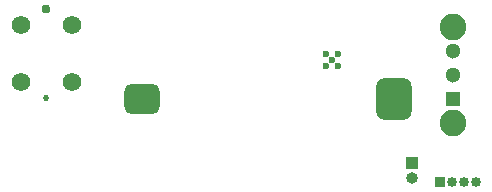
<source format=gbr>
%TF.GenerationSoftware,KiCad,Pcbnew,8.0.6*%
%TF.CreationDate,2025-01-20T01:55:33+01:00*%
%TF.ProjectId,Thermometer_CD_Project,54686572-6d6f-46d6-9574-65725f43445f,rev?*%
%TF.SameCoordinates,Original*%
%TF.FileFunction,Soldermask,Bot*%
%TF.FilePolarity,Negative*%
%FSLAX46Y46*%
G04 Gerber Fmt 4.6, Leading zero omitted, Abs format (unit mm)*
G04 Created by KiCad (PCBNEW 8.0.6) date 2025-01-20 01:55:33*
%MOMM*%
%LPD*%
G01*
G04 APERTURE LIST*
G04 Aperture macros list*
%AMRoundRect*
0 Rectangle with rounded corners*
0 $1 Rounding radius*
0 $2 $3 $4 $5 $6 $7 $8 $9 X,Y pos of 4 corners*
0 Add a 4 corners polygon primitive as box body*
4,1,4,$2,$3,$4,$5,$6,$7,$8,$9,$2,$3,0*
0 Add four circle primitives for the rounded corners*
1,1,$1+$1,$2,$3*
1,1,$1+$1,$4,$5*
1,1,$1+$1,$6,$7*
1,1,$1+$1,$8,$9*
0 Add four rect primitives between the rounded corners*
20,1,$1+$1,$2,$3,$4,$5,0*
20,1,$1+$1,$4,$5,$6,$7,0*
20,1,$1+$1,$6,$7,$8,$9,0*
20,1,$1+$1,$8,$9,$2,$3,0*%
G04 Aperture macros list end*
%ADD10C,0.520000*%
%ADD11C,0.770000*%
%ADD12C,1.560000*%
%ADD13R,1.000000X1.000000*%
%ADD14O,1.000000X1.000000*%
%ADD15C,0.600000*%
%ADD16R,0.850000X0.850000*%
%ADD17O,0.850000X0.850000*%
%ADD18R,1.300000X1.300000*%
%ADD19C,1.300000*%
%ADD20C,2.250000*%
%ADD21RoundRect,0.750000X-0.750000X1.050000X-0.750000X-1.050000X0.750000X-1.050000X0.750000X1.050000X0*%
%ADD22RoundRect,0.650000X-0.850000X0.650000X-0.850000X-0.650000X0.850000X-0.650000X0.850000X0.650000X0*%
G04 APERTURE END LIST*
D10*
%TO.C,J3*%
X142450000Y-91950000D03*
D11*
X142450000Y-84450000D03*
D12*
X140300000Y-90600000D03*
X140300000Y-85800000D03*
X144600000Y-90600000D03*
X144600000Y-85800000D03*
%TD*%
D13*
%TO.C,J1*%
X173400000Y-97430000D03*
D14*
X173400000Y-98700000D03*
%TD*%
D15*
%TO.C,U4*%
X166121000Y-88250000D03*
X166121000Y-89250000D03*
X166621000Y-88750000D03*
X167121000Y-88250000D03*
X167121000Y-89250000D03*
%TD*%
D16*
%TO.C,U3*%
X175800000Y-99100000D03*
D17*
X176800000Y-99100000D03*
X177800000Y-99100000D03*
X178800000Y-99100000D03*
%TD*%
D18*
%TO.C,S1*%
X176876000Y-92000000D03*
D19*
X176876000Y-90000000D03*
X176876000Y-88000000D03*
D20*
X176876000Y-94100000D03*
X176876000Y-85900000D03*
%TD*%
D21*
%TO.C,J2*%
X171850000Y-92000000D03*
D22*
X150550000Y-92000000D03*
%TD*%
M02*

</source>
